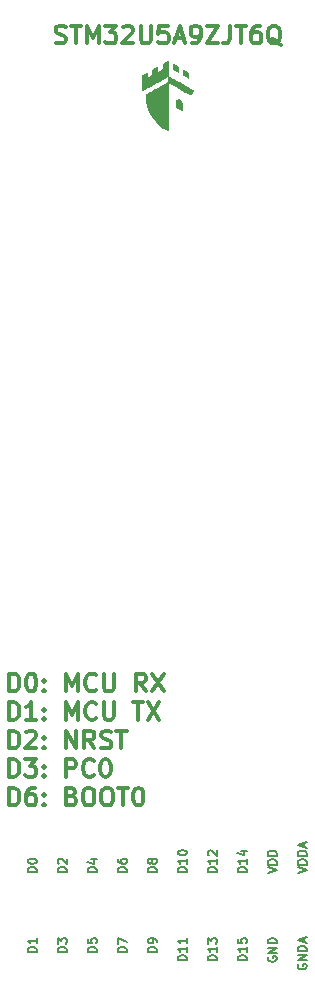
<source format=gbr>
G04 #@! TF.GenerationSoftware,KiCad,Pcbnew,7.99.0-unknown-099e5dd9e7~172~ubuntu22.04.1*
G04 #@! TF.CreationDate,2023-10-11T09:46:22+02:00*
G04 #@! TF.ProjectId,stm32u5a9zjt6q,73746d33-3275-4356-9139-7a6a7436712e,rev?*
G04 #@! TF.SameCoordinates,Original*
G04 #@! TF.FileFunction,Legend,Top*
G04 #@! TF.FilePolarity,Positive*
%FSLAX46Y46*%
G04 Gerber Fmt 4.6, Leading zero omitted, Abs format (unit mm)*
G04 Created by KiCad (PCBNEW 7.99.0-unknown-099e5dd9e7~172~ubuntu22.04.1) date 2023-10-11 09:46:22*
%MOMM*%
%LPD*%
G01*
G04 APERTURE LIST*
%ADD10C,0.150000*%
%ADD11C,0.300000*%
%ADD12C,0.010000*%
G04 APERTURE END LIST*
D10*
X103764878Y-151045826D02*
X103729164Y-151117255D01*
X103729164Y-151117255D02*
X103729164Y-151224397D01*
X103729164Y-151224397D02*
X103764878Y-151331540D01*
X103764878Y-151331540D02*
X103836307Y-151402969D01*
X103836307Y-151402969D02*
X103907735Y-151438683D01*
X103907735Y-151438683D02*
X104050592Y-151474397D01*
X104050592Y-151474397D02*
X104157735Y-151474397D01*
X104157735Y-151474397D02*
X104300592Y-151438683D01*
X104300592Y-151438683D02*
X104372021Y-151402969D01*
X104372021Y-151402969D02*
X104443450Y-151331540D01*
X104443450Y-151331540D02*
X104479164Y-151224397D01*
X104479164Y-151224397D02*
X104479164Y-151152969D01*
X104479164Y-151152969D02*
X104443450Y-151045826D01*
X104443450Y-151045826D02*
X104407735Y-151010112D01*
X104407735Y-151010112D02*
X104157735Y-151010112D01*
X104157735Y-151010112D02*
X104157735Y-151152969D01*
X104479164Y-150688683D02*
X103729164Y-150688683D01*
X103729164Y-150688683D02*
X104479164Y-150260112D01*
X104479164Y-150260112D02*
X103729164Y-150260112D01*
X104479164Y-149902969D02*
X103729164Y-149902969D01*
X103729164Y-149902969D02*
X103729164Y-149724398D01*
X103729164Y-149724398D02*
X103764878Y-149617255D01*
X103764878Y-149617255D02*
X103836307Y-149545826D01*
X103836307Y-149545826D02*
X103907735Y-149510112D01*
X103907735Y-149510112D02*
X104050592Y-149474398D01*
X104050592Y-149474398D02*
X104157735Y-149474398D01*
X104157735Y-149474398D02*
X104300592Y-149510112D01*
X104300592Y-149510112D02*
X104372021Y-149545826D01*
X104372021Y-149545826D02*
X104443450Y-149617255D01*
X104443450Y-149617255D02*
X104479164Y-149724398D01*
X104479164Y-149724398D02*
X104479164Y-149902969D01*
X104264878Y-149188683D02*
X104264878Y-148831541D01*
X104479164Y-149260112D02*
X103729164Y-149010112D01*
X103729164Y-149010112D02*
X104479164Y-148760112D01*
X101224878Y-150402969D02*
X101189164Y-150474398D01*
X101189164Y-150474398D02*
X101189164Y-150581540D01*
X101189164Y-150581540D02*
X101224878Y-150688683D01*
X101224878Y-150688683D02*
X101296307Y-150760112D01*
X101296307Y-150760112D02*
X101367735Y-150795826D01*
X101367735Y-150795826D02*
X101510592Y-150831540D01*
X101510592Y-150831540D02*
X101617735Y-150831540D01*
X101617735Y-150831540D02*
X101760592Y-150795826D01*
X101760592Y-150795826D02*
X101832021Y-150760112D01*
X101832021Y-150760112D02*
X101903450Y-150688683D01*
X101903450Y-150688683D02*
X101939164Y-150581540D01*
X101939164Y-150581540D02*
X101939164Y-150510112D01*
X101939164Y-150510112D02*
X101903450Y-150402969D01*
X101903450Y-150402969D02*
X101867735Y-150367255D01*
X101867735Y-150367255D02*
X101617735Y-150367255D01*
X101617735Y-150367255D02*
X101617735Y-150510112D01*
X101939164Y-150045826D02*
X101189164Y-150045826D01*
X101189164Y-150045826D02*
X101939164Y-149617255D01*
X101939164Y-149617255D02*
X101189164Y-149617255D01*
X101939164Y-149260112D02*
X101189164Y-149260112D01*
X101189164Y-149260112D02*
X101189164Y-149081541D01*
X101189164Y-149081541D02*
X101224878Y-148974398D01*
X101224878Y-148974398D02*
X101296307Y-148902969D01*
X101296307Y-148902969D02*
X101367735Y-148867255D01*
X101367735Y-148867255D02*
X101510592Y-148831541D01*
X101510592Y-148831541D02*
X101617735Y-148831541D01*
X101617735Y-148831541D02*
X101760592Y-148867255D01*
X101760592Y-148867255D02*
X101832021Y-148902969D01*
X101832021Y-148902969D02*
X101903450Y-148974398D01*
X101903450Y-148974398D02*
X101939164Y-149081541D01*
X101939164Y-149081541D02*
X101939164Y-149260112D01*
X99399164Y-150688684D02*
X98649164Y-150688684D01*
X98649164Y-150688684D02*
X98649164Y-150510113D01*
X98649164Y-150510113D02*
X98684878Y-150402970D01*
X98684878Y-150402970D02*
X98756307Y-150331541D01*
X98756307Y-150331541D02*
X98827735Y-150295827D01*
X98827735Y-150295827D02*
X98970592Y-150260113D01*
X98970592Y-150260113D02*
X99077735Y-150260113D01*
X99077735Y-150260113D02*
X99220592Y-150295827D01*
X99220592Y-150295827D02*
X99292021Y-150331541D01*
X99292021Y-150331541D02*
X99363450Y-150402970D01*
X99363450Y-150402970D02*
X99399164Y-150510113D01*
X99399164Y-150510113D02*
X99399164Y-150688684D01*
X99399164Y-149545827D02*
X99399164Y-149974398D01*
X99399164Y-149760113D02*
X98649164Y-149760113D01*
X98649164Y-149760113D02*
X98756307Y-149831541D01*
X98756307Y-149831541D02*
X98827735Y-149902970D01*
X98827735Y-149902970D02*
X98863450Y-149974398D01*
X98649164Y-148867255D02*
X98649164Y-149224398D01*
X98649164Y-149224398D02*
X99006307Y-149260112D01*
X99006307Y-149260112D02*
X98970592Y-149224398D01*
X98970592Y-149224398D02*
X98934878Y-149152970D01*
X98934878Y-149152970D02*
X98934878Y-148974398D01*
X98934878Y-148974398D02*
X98970592Y-148902970D01*
X98970592Y-148902970D02*
X99006307Y-148867255D01*
X99006307Y-148867255D02*
X99077735Y-148831541D01*
X99077735Y-148831541D02*
X99256307Y-148831541D01*
X99256307Y-148831541D02*
X99327735Y-148867255D01*
X99327735Y-148867255D02*
X99363450Y-148902970D01*
X99363450Y-148902970D02*
X99399164Y-148974398D01*
X99399164Y-148974398D02*
X99399164Y-149152970D01*
X99399164Y-149152970D02*
X99363450Y-149224398D01*
X99363450Y-149224398D02*
X99327735Y-149260112D01*
X96859164Y-150688684D02*
X96109164Y-150688684D01*
X96109164Y-150688684D02*
X96109164Y-150510113D01*
X96109164Y-150510113D02*
X96144878Y-150402970D01*
X96144878Y-150402970D02*
X96216307Y-150331541D01*
X96216307Y-150331541D02*
X96287735Y-150295827D01*
X96287735Y-150295827D02*
X96430592Y-150260113D01*
X96430592Y-150260113D02*
X96537735Y-150260113D01*
X96537735Y-150260113D02*
X96680592Y-150295827D01*
X96680592Y-150295827D02*
X96752021Y-150331541D01*
X96752021Y-150331541D02*
X96823450Y-150402970D01*
X96823450Y-150402970D02*
X96859164Y-150510113D01*
X96859164Y-150510113D02*
X96859164Y-150688684D01*
X96859164Y-149545827D02*
X96859164Y-149974398D01*
X96859164Y-149760113D02*
X96109164Y-149760113D01*
X96109164Y-149760113D02*
X96216307Y-149831541D01*
X96216307Y-149831541D02*
X96287735Y-149902970D01*
X96287735Y-149902970D02*
X96323450Y-149974398D01*
X96109164Y-149295827D02*
X96109164Y-148831541D01*
X96109164Y-148831541D02*
X96394878Y-149081541D01*
X96394878Y-149081541D02*
X96394878Y-148974398D01*
X96394878Y-148974398D02*
X96430592Y-148902970D01*
X96430592Y-148902970D02*
X96466307Y-148867255D01*
X96466307Y-148867255D02*
X96537735Y-148831541D01*
X96537735Y-148831541D02*
X96716307Y-148831541D01*
X96716307Y-148831541D02*
X96787735Y-148867255D01*
X96787735Y-148867255D02*
X96823450Y-148902970D01*
X96823450Y-148902970D02*
X96859164Y-148974398D01*
X96859164Y-148974398D02*
X96859164Y-149188684D01*
X96859164Y-149188684D02*
X96823450Y-149260112D01*
X96823450Y-149260112D02*
X96787735Y-149295827D01*
X94319164Y-150688684D02*
X93569164Y-150688684D01*
X93569164Y-150688684D02*
X93569164Y-150510113D01*
X93569164Y-150510113D02*
X93604878Y-150402970D01*
X93604878Y-150402970D02*
X93676307Y-150331541D01*
X93676307Y-150331541D02*
X93747735Y-150295827D01*
X93747735Y-150295827D02*
X93890592Y-150260113D01*
X93890592Y-150260113D02*
X93997735Y-150260113D01*
X93997735Y-150260113D02*
X94140592Y-150295827D01*
X94140592Y-150295827D02*
X94212021Y-150331541D01*
X94212021Y-150331541D02*
X94283450Y-150402970D01*
X94283450Y-150402970D02*
X94319164Y-150510113D01*
X94319164Y-150510113D02*
X94319164Y-150688684D01*
X94319164Y-149545827D02*
X94319164Y-149974398D01*
X94319164Y-149760113D02*
X93569164Y-149760113D01*
X93569164Y-149760113D02*
X93676307Y-149831541D01*
X93676307Y-149831541D02*
X93747735Y-149902970D01*
X93747735Y-149902970D02*
X93783450Y-149974398D01*
X94319164Y-148831541D02*
X94319164Y-149260112D01*
X94319164Y-149045827D02*
X93569164Y-149045827D01*
X93569164Y-149045827D02*
X93676307Y-149117255D01*
X93676307Y-149117255D02*
X93747735Y-149188684D01*
X93747735Y-149188684D02*
X93783450Y-149260112D01*
X91779164Y-149974398D02*
X91029164Y-149974398D01*
X91029164Y-149974398D02*
X91029164Y-149795827D01*
X91029164Y-149795827D02*
X91064878Y-149688684D01*
X91064878Y-149688684D02*
X91136307Y-149617255D01*
X91136307Y-149617255D02*
X91207735Y-149581541D01*
X91207735Y-149581541D02*
X91350592Y-149545827D01*
X91350592Y-149545827D02*
X91457735Y-149545827D01*
X91457735Y-149545827D02*
X91600592Y-149581541D01*
X91600592Y-149581541D02*
X91672021Y-149617255D01*
X91672021Y-149617255D02*
X91743450Y-149688684D01*
X91743450Y-149688684D02*
X91779164Y-149795827D01*
X91779164Y-149795827D02*
X91779164Y-149974398D01*
X91779164Y-149188684D02*
X91779164Y-149045827D01*
X91779164Y-149045827D02*
X91743450Y-148974398D01*
X91743450Y-148974398D02*
X91707735Y-148938684D01*
X91707735Y-148938684D02*
X91600592Y-148867255D01*
X91600592Y-148867255D02*
X91457735Y-148831541D01*
X91457735Y-148831541D02*
X91172021Y-148831541D01*
X91172021Y-148831541D02*
X91100592Y-148867255D01*
X91100592Y-148867255D02*
X91064878Y-148902970D01*
X91064878Y-148902970D02*
X91029164Y-148974398D01*
X91029164Y-148974398D02*
X91029164Y-149117255D01*
X91029164Y-149117255D02*
X91064878Y-149188684D01*
X91064878Y-149188684D02*
X91100592Y-149224398D01*
X91100592Y-149224398D02*
X91172021Y-149260112D01*
X91172021Y-149260112D02*
X91350592Y-149260112D01*
X91350592Y-149260112D02*
X91422021Y-149224398D01*
X91422021Y-149224398D02*
X91457735Y-149188684D01*
X91457735Y-149188684D02*
X91493450Y-149117255D01*
X91493450Y-149117255D02*
X91493450Y-148974398D01*
X91493450Y-148974398D02*
X91457735Y-148902970D01*
X91457735Y-148902970D02*
X91422021Y-148867255D01*
X91422021Y-148867255D02*
X91350592Y-148831541D01*
X89239164Y-149974398D02*
X88489164Y-149974398D01*
X88489164Y-149974398D02*
X88489164Y-149795827D01*
X88489164Y-149795827D02*
X88524878Y-149688684D01*
X88524878Y-149688684D02*
X88596307Y-149617255D01*
X88596307Y-149617255D02*
X88667735Y-149581541D01*
X88667735Y-149581541D02*
X88810592Y-149545827D01*
X88810592Y-149545827D02*
X88917735Y-149545827D01*
X88917735Y-149545827D02*
X89060592Y-149581541D01*
X89060592Y-149581541D02*
X89132021Y-149617255D01*
X89132021Y-149617255D02*
X89203450Y-149688684D01*
X89203450Y-149688684D02*
X89239164Y-149795827D01*
X89239164Y-149795827D02*
X89239164Y-149974398D01*
X88489164Y-149295827D02*
X88489164Y-148795827D01*
X88489164Y-148795827D02*
X89239164Y-149117255D01*
X86699164Y-149974398D02*
X85949164Y-149974398D01*
X85949164Y-149974398D02*
X85949164Y-149795827D01*
X85949164Y-149795827D02*
X85984878Y-149688684D01*
X85984878Y-149688684D02*
X86056307Y-149617255D01*
X86056307Y-149617255D02*
X86127735Y-149581541D01*
X86127735Y-149581541D02*
X86270592Y-149545827D01*
X86270592Y-149545827D02*
X86377735Y-149545827D01*
X86377735Y-149545827D02*
X86520592Y-149581541D01*
X86520592Y-149581541D02*
X86592021Y-149617255D01*
X86592021Y-149617255D02*
X86663450Y-149688684D01*
X86663450Y-149688684D02*
X86699164Y-149795827D01*
X86699164Y-149795827D02*
X86699164Y-149974398D01*
X85949164Y-148867255D02*
X85949164Y-149224398D01*
X85949164Y-149224398D02*
X86306307Y-149260112D01*
X86306307Y-149260112D02*
X86270592Y-149224398D01*
X86270592Y-149224398D02*
X86234878Y-149152970D01*
X86234878Y-149152970D02*
X86234878Y-148974398D01*
X86234878Y-148974398D02*
X86270592Y-148902970D01*
X86270592Y-148902970D02*
X86306307Y-148867255D01*
X86306307Y-148867255D02*
X86377735Y-148831541D01*
X86377735Y-148831541D02*
X86556307Y-148831541D01*
X86556307Y-148831541D02*
X86627735Y-148867255D01*
X86627735Y-148867255D02*
X86663450Y-148902970D01*
X86663450Y-148902970D02*
X86699164Y-148974398D01*
X86699164Y-148974398D02*
X86699164Y-149152970D01*
X86699164Y-149152970D02*
X86663450Y-149224398D01*
X86663450Y-149224398D02*
X86627735Y-149260112D01*
X84159164Y-149974398D02*
X83409164Y-149974398D01*
X83409164Y-149974398D02*
X83409164Y-149795827D01*
X83409164Y-149795827D02*
X83444878Y-149688684D01*
X83444878Y-149688684D02*
X83516307Y-149617255D01*
X83516307Y-149617255D02*
X83587735Y-149581541D01*
X83587735Y-149581541D02*
X83730592Y-149545827D01*
X83730592Y-149545827D02*
X83837735Y-149545827D01*
X83837735Y-149545827D02*
X83980592Y-149581541D01*
X83980592Y-149581541D02*
X84052021Y-149617255D01*
X84052021Y-149617255D02*
X84123450Y-149688684D01*
X84123450Y-149688684D02*
X84159164Y-149795827D01*
X84159164Y-149795827D02*
X84159164Y-149974398D01*
X83409164Y-149295827D02*
X83409164Y-148831541D01*
X83409164Y-148831541D02*
X83694878Y-149081541D01*
X83694878Y-149081541D02*
X83694878Y-148974398D01*
X83694878Y-148974398D02*
X83730592Y-148902970D01*
X83730592Y-148902970D02*
X83766307Y-148867255D01*
X83766307Y-148867255D02*
X83837735Y-148831541D01*
X83837735Y-148831541D02*
X84016307Y-148831541D01*
X84016307Y-148831541D02*
X84087735Y-148867255D01*
X84087735Y-148867255D02*
X84123450Y-148902970D01*
X84123450Y-148902970D02*
X84159164Y-148974398D01*
X84159164Y-148974398D02*
X84159164Y-149188684D01*
X84159164Y-149188684D02*
X84123450Y-149260112D01*
X84123450Y-149260112D02*
X84087735Y-149295827D01*
X81619164Y-149974398D02*
X80869164Y-149974398D01*
X80869164Y-149974398D02*
X80869164Y-149795827D01*
X80869164Y-149795827D02*
X80904878Y-149688684D01*
X80904878Y-149688684D02*
X80976307Y-149617255D01*
X80976307Y-149617255D02*
X81047735Y-149581541D01*
X81047735Y-149581541D02*
X81190592Y-149545827D01*
X81190592Y-149545827D02*
X81297735Y-149545827D01*
X81297735Y-149545827D02*
X81440592Y-149581541D01*
X81440592Y-149581541D02*
X81512021Y-149617255D01*
X81512021Y-149617255D02*
X81583450Y-149688684D01*
X81583450Y-149688684D02*
X81619164Y-149795827D01*
X81619164Y-149795827D02*
X81619164Y-149974398D01*
X81619164Y-148831541D02*
X81619164Y-149260112D01*
X81619164Y-149045827D02*
X80869164Y-149045827D01*
X80869164Y-149045827D02*
X80976307Y-149117255D01*
X80976307Y-149117255D02*
X81047735Y-149188684D01*
X81047735Y-149188684D02*
X81083450Y-149260112D01*
X81619164Y-143232744D02*
X80869164Y-143232744D01*
X80869164Y-143232744D02*
X80869164Y-143054173D01*
X80869164Y-143054173D02*
X80904878Y-142947030D01*
X80904878Y-142947030D02*
X80976307Y-142875601D01*
X80976307Y-142875601D02*
X81047735Y-142839887D01*
X81047735Y-142839887D02*
X81190592Y-142804173D01*
X81190592Y-142804173D02*
X81297735Y-142804173D01*
X81297735Y-142804173D02*
X81440592Y-142839887D01*
X81440592Y-142839887D02*
X81512021Y-142875601D01*
X81512021Y-142875601D02*
X81583450Y-142947030D01*
X81583450Y-142947030D02*
X81619164Y-143054173D01*
X81619164Y-143054173D02*
X81619164Y-143232744D01*
X80869164Y-142339887D02*
X80869164Y-142268458D01*
X80869164Y-142268458D02*
X80904878Y-142197030D01*
X80904878Y-142197030D02*
X80940592Y-142161316D01*
X80940592Y-142161316D02*
X81012021Y-142125601D01*
X81012021Y-142125601D02*
X81154878Y-142089887D01*
X81154878Y-142089887D02*
X81333450Y-142089887D01*
X81333450Y-142089887D02*
X81476307Y-142125601D01*
X81476307Y-142125601D02*
X81547735Y-142161316D01*
X81547735Y-142161316D02*
X81583450Y-142197030D01*
X81583450Y-142197030D02*
X81619164Y-142268458D01*
X81619164Y-142268458D02*
X81619164Y-142339887D01*
X81619164Y-142339887D02*
X81583450Y-142411316D01*
X81583450Y-142411316D02*
X81547735Y-142447030D01*
X81547735Y-142447030D02*
X81476307Y-142482744D01*
X81476307Y-142482744D02*
X81333450Y-142518458D01*
X81333450Y-142518458D02*
X81154878Y-142518458D01*
X81154878Y-142518458D02*
X81012021Y-142482744D01*
X81012021Y-142482744D02*
X80940592Y-142447030D01*
X80940592Y-142447030D02*
X80904878Y-142411316D01*
X80904878Y-142411316D02*
X80869164Y-142339887D01*
X84159164Y-143232744D02*
X83409164Y-143232744D01*
X83409164Y-143232744D02*
X83409164Y-143054173D01*
X83409164Y-143054173D02*
X83444878Y-142947030D01*
X83444878Y-142947030D02*
X83516307Y-142875601D01*
X83516307Y-142875601D02*
X83587735Y-142839887D01*
X83587735Y-142839887D02*
X83730592Y-142804173D01*
X83730592Y-142804173D02*
X83837735Y-142804173D01*
X83837735Y-142804173D02*
X83980592Y-142839887D01*
X83980592Y-142839887D02*
X84052021Y-142875601D01*
X84052021Y-142875601D02*
X84123450Y-142947030D01*
X84123450Y-142947030D02*
X84159164Y-143054173D01*
X84159164Y-143054173D02*
X84159164Y-143232744D01*
X83480592Y-142518458D02*
X83444878Y-142482744D01*
X83444878Y-142482744D02*
X83409164Y-142411316D01*
X83409164Y-142411316D02*
X83409164Y-142232744D01*
X83409164Y-142232744D02*
X83444878Y-142161316D01*
X83444878Y-142161316D02*
X83480592Y-142125601D01*
X83480592Y-142125601D02*
X83552021Y-142089887D01*
X83552021Y-142089887D02*
X83623450Y-142089887D01*
X83623450Y-142089887D02*
X83730592Y-142125601D01*
X83730592Y-142125601D02*
X84159164Y-142554173D01*
X84159164Y-142554173D02*
X84159164Y-142089887D01*
X86699164Y-143232744D02*
X85949164Y-143232744D01*
X85949164Y-143232744D02*
X85949164Y-143054173D01*
X85949164Y-143054173D02*
X85984878Y-142947030D01*
X85984878Y-142947030D02*
X86056307Y-142875601D01*
X86056307Y-142875601D02*
X86127735Y-142839887D01*
X86127735Y-142839887D02*
X86270592Y-142804173D01*
X86270592Y-142804173D02*
X86377735Y-142804173D01*
X86377735Y-142804173D02*
X86520592Y-142839887D01*
X86520592Y-142839887D02*
X86592021Y-142875601D01*
X86592021Y-142875601D02*
X86663450Y-142947030D01*
X86663450Y-142947030D02*
X86699164Y-143054173D01*
X86699164Y-143054173D02*
X86699164Y-143232744D01*
X86199164Y-142161316D02*
X86699164Y-142161316D01*
X85913450Y-142339887D02*
X86449164Y-142518458D01*
X86449164Y-142518458D02*
X86449164Y-142054173D01*
X89239164Y-143232744D02*
X88489164Y-143232744D01*
X88489164Y-143232744D02*
X88489164Y-143054173D01*
X88489164Y-143054173D02*
X88524878Y-142947030D01*
X88524878Y-142947030D02*
X88596307Y-142875601D01*
X88596307Y-142875601D02*
X88667735Y-142839887D01*
X88667735Y-142839887D02*
X88810592Y-142804173D01*
X88810592Y-142804173D02*
X88917735Y-142804173D01*
X88917735Y-142804173D02*
X89060592Y-142839887D01*
X89060592Y-142839887D02*
X89132021Y-142875601D01*
X89132021Y-142875601D02*
X89203450Y-142947030D01*
X89203450Y-142947030D02*
X89239164Y-143054173D01*
X89239164Y-143054173D02*
X89239164Y-143232744D01*
X88489164Y-142161316D02*
X88489164Y-142304173D01*
X88489164Y-142304173D02*
X88524878Y-142375601D01*
X88524878Y-142375601D02*
X88560592Y-142411316D01*
X88560592Y-142411316D02*
X88667735Y-142482744D01*
X88667735Y-142482744D02*
X88810592Y-142518458D01*
X88810592Y-142518458D02*
X89096307Y-142518458D01*
X89096307Y-142518458D02*
X89167735Y-142482744D01*
X89167735Y-142482744D02*
X89203450Y-142447030D01*
X89203450Y-142447030D02*
X89239164Y-142375601D01*
X89239164Y-142375601D02*
X89239164Y-142232744D01*
X89239164Y-142232744D02*
X89203450Y-142161316D01*
X89203450Y-142161316D02*
X89167735Y-142125601D01*
X89167735Y-142125601D02*
X89096307Y-142089887D01*
X89096307Y-142089887D02*
X88917735Y-142089887D01*
X88917735Y-142089887D02*
X88846307Y-142125601D01*
X88846307Y-142125601D02*
X88810592Y-142161316D01*
X88810592Y-142161316D02*
X88774878Y-142232744D01*
X88774878Y-142232744D02*
X88774878Y-142375601D01*
X88774878Y-142375601D02*
X88810592Y-142447030D01*
X88810592Y-142447030D02*
X88846307Y-142482744D01*
X88846307Y-142482744D02*
X88917735Y-142518458D01*
X91779164Y-143232744D02*
X91029164Y-143232744D01*
X91029164Y-143232744D02*
X91029164Y-143054173D01*
X91029164Y-143054173D02*
X91064878Y-142947030D01*
X91064878Y-142947030D02*
X91136307Y-142875601D01*
X91136307Y-142875601D02*
X91207735Y-142839887D01*
X91207735Y-142839887D02*
X91350592Y-142804173D01*
X91350592Y-142804173D02*
X91457735Y-142804173D01*
X91457735Y-142804173D02*
X91600592Y-142839887D01*
X91600592Y-142839887D02*
X91672021Y-142875601D01*
X91672021Y-142875601D02*
X91743450Y-142947030D01*
X91743450Y-142947030D02*
X91779164Y-143054173D01*
X91779164Y-143054173D02*
X91779164Y-143232744D01*
X91350592Y-142375601D02*
X91314878Y-142447030D01*
X91314878Y-142447030D02*
X91279164Y-142482744D01*
X91279164Y-142482744D02*
X91207735Y-142518458D01*
X91207735Y-142518458D02*
X91172021Y-142518458D01*
X91172021Y-142518458D02*
X91100592Y-142482744D01*
X91100592Y-142482744D02*
X91064878Y-142447030D01*
X91064878Y-142447030D02*
X91029164Y-142375601D01*
X91029164Y-142375601D02*
X91029164Y-142232744D01*
X91029164Y-142232744D02*
X91064878Y-142161316D01*
X91064878Y-142161316D02*
X91100592Y-142125601D01*
X91100592Y-142125601D02*
X91172021Y-142089887D01*
X91172021Y-142089887D02*
X91207735Y-142089887D01*
X91207735Y-142089887D02*
X91279164Y-142125601D01*
X91279164Y-142125601D02*
X91314878Y-142161316D01*
X91314878Y-142161316D02*
X91350592Y-142232744D01*
X91350592Y-142232744D02*
X91350592Y-142375601D01*
X91350592Y-142375601D02*
X91386307Y-142447030D01*
X91386307Y-142447030D02*
X91422021Y-142482744D01*
X91422021Y-142482744D02*
X91493450Y-142518458D01*
X91493450Y-142518458D02*
X91636307Y-142518458D01*
X91636307Y-142518458D02*
X91707735Y-142482744D01*
X91707735Y-142482744D02*
X91743450Y-142447030D01*
X91743450Y-142447030D02*
X91779164Y-142375601D01*
X91779164Y-142375601D02*
X91779164Y-142232744D01*
X91779164Y-142232744D02*
X91743450Y-142161316D01*
X91743450Y-142161316D02*
X91707735Y-142125601D01*
X91707735Y-142125601D02*
X91636307Y-142089887D01*
X91636307Y-142089887D02*
X91493450Y-142089887D01*
X91493450Y-142089887D02*
X91422021Y-142125601D01*
X91422021Y-142125601D02*
X91386307Y-142161316D01*
X91386307Y-142161316D02*
X91350592Y-142232744D01*
X94319164Y-143232744D02*
X93569164Y-143232744D01*
X93569164Y-143232744D02*
X93569164Y-143054173D01*
X93569164Y-143054173D02*
X93604878Y-142947030D01*
X93604878Y-142947030D02*
X93676307Y-142875601D01*
X93676307Y-142875601D02*
X93747735Y-142839887D01*
X93747735Y-142839887D02*
X93890592Y-142804173D01*
X93890592Y-142804173D02*
X93997735Y-142804173D01*
X93997735Y-142804173D02*
X94140592Y-142839887D01*
X94140592Y-142839887D02*
X94212021Y-142875601D01*
X94212021Y-142875601D02*
X94283450Y-142947030D01*
X94283450Y-142947030D02*
X94319164Y-143054173D01*
X94319164Y-143054173D02*
X94319164Y-143232744D01*
X94319164Y-142089887D02*
X94319164Y-142518458D01*
X94319164Y-142304173D02*
X93569164Y-142304173D01*
X93569164Y-142304173D02*
X93676307Y-142375601D01*
X93676307Y-142375601D02*
X93747735Y-142447030D01*
X93747735Y-142447030D02*
X93783450Y-142518458D01*
X93569164Y-141625601D02*
X93569164Y-141554172D01*
X93569164Y-141554172D02*
X93604878Y-141482744D01*
X93604878Y-141482744D02*
X93640592Y-141447030D01*
X93640592Y-141447030D02*
X93712021Y-141411315D01*
X93712021Y-141411315D02*
X93854878Y-141375601D01*
X93854878Y-141375601D02*
X94033450Y-141375601D01*
X94033450Y-141375601D02*
X94176307Y-141411315D01*
X94176307Y-141411315D02*
X94247735Y-141447030D01*
X94247735Y-141447030D02*
X94283450Y-141482744D01*
X94283450Y-141482744D02*
X94319164Y-141554172D01*
X94319164Y-141554172D02*
X94319164Y-141625601D01*
X94319164Y-141625601D02*
X94283450Y-141697030D01*
X94283450Y-141697030D02*
X94247735Y-141732744D01*
X94247735Y-141732744D02*
X94176307Y-141768458D01*
X94176307Y-141768458D02*
X94033450Y-141804172D01*
X94033450Y-141804172D02*
X93854878Y-141804172D01*
X93854878Y-141804172D02*
X93712021Y-141768458D01*
X93712021Y-141768458D02*
X93640592Y-141732744D01*
X93640592Y-141732744D02*
X93604878Y-141697030D01*
X93604878Y-141697030D02*
X93569164Y-141625601D01*
X96859164Y-143232744D02*
X96109164Y-143232744D01*
X96109164Y-143232744D02*
X96109164Y-143054173D01*
X96109164Y-143054173D02*
X96144878Y-142947030D01*
X96144878Y-142947030D02*
X96216307Y-142875601D01*
X96216307Y-142875601D02*
X96287735Y-142839887D01*
X96287735Y-142839887D02*
X96430592Y-142804173D01*
X96430592Y-142804173D02*
X96537735Y-142804173D01*
X96537735Y-142804173D02*
X96680592Y-142839887D01*
X96680592Y-142839887D02*
X96752021Y-142875601D01*
X96752021Y-142875601D02*
X96823450Y-142947030D01*
X96823450Y-142947030D02*
X96859164Y-143054173D01*
X96859164Y-143054173D02*
X96859164Y-143232744D01*
X96859164Y-142089887D02*
X96859164Y-142518458D01*
X96859164Y-142304173D02*
X96109164Y-142304173D01*
X96109164Y-142304173D02*
X96216307Y-142375601D01*
X96216307Y-142375601D02*
X96287735Y-142447030D01*
X96287735Y-142447030D02*
X96323450Y-142518458D01*
X96180592Y-141804172D02*
X96144878Y-141768458D01*
X96144878Y-141768458D02*
X96109164Y-141697030D01*
X96109164Y-141697030D02*
X96109164Y-141518458D01*
X96109164Y-141518458D02*
X96144878Y-141447030D01*
X96144878Y-141447030D02*
X96180592Y-141411315D01*
X96180592Y-141411315D02*
X96252021Y-141375601D01*
X96252021Y-141375601D02*
X96323450Y-141375601D01*
X96323450Y-141375601D02*
X96430592Y-141411315D01*
X96430592Y-141411315D02*
X96859164Y-141839887D01*
X96859164Y-141839887D02*
X96859164Y-141375601D01*
X99399164Y-143232744D02*
X98649164Y-143232744D01*
X98649164Y-143232744D02*
X98649164Y-143054173D01*
X98649164Y-143054173D02*
X98684878Y-142947030D01*
X98684878Y-142947030D02*
X98756307Y-142875601D01*
X98756307Y-142875601D02*
X98827735Y-142839887D01*
X98827735Y-142839887D02*
X98970592Y-142804173D01*
X98970592Y-142804173D02*
X99077735Y-142804173D01*
X99077735Y-142804173D02*
X99220592Y-142839887D01*
X99220592Y-142839887D02*
X99292021Y-142875601D01*
X99292021Y-142875601D02*
X99363450Y-142947030D01*
X99363450Y-142947030D02*
X99399164Y-143054173D01*
X99399164Y-143054173D02*
X99399164Y-143232744D01*
X99399164Y-142089887D02*
X99399164Y-142518458D01*
X99399164Y-142304173D02*
X98649164Y-142304173D01*
X98649164Y-142304173D02*
X98756307Y-142375601D01*
X98756307Y-142375601D02*
X98827735Y-142447030D01*
X98827735Y-142447030D02*
X98863450Y-142518458D01*
X98899164Y-141447030D02*
X99399164Y-141447030D01*
X98613450Y-141625601D02*
X99149164Y-141804172D01*
X99149164Y-141804172D02*
X99149164Y-141339887D01*
X101189164Y-143339887D02*
X101939164Y-143089887D01*
X101939164Y-143089887D02*
X101189164Y-142839887D01*
X101939164Y-142589887D02*
X101189164Y-142589887D01*
X101189164Y-142589887D02*
X101189164Y-142411316D01*
X101189164Y-142411316D02*
X101224878Y-142304173D01*
X101224878Y-142304173D02*
X101296307Y-142232744D01*
X101296307Y-142232744D02*
X101367735Y-142197030D01*
X101367735Y-142197030D02*
X101510592Y-142161316D01*
X101510592Y-142161316D02*
X101617735Y-142161316D01*
X101617735Y-142161316D02*
X101760592Y-142197030D01*
X101760592Y-142197030D02*
X101832021Y-142232744D01*
X101832021Y-142232744D02*
X101903450Y-142304173D01*
X101903450Y-142304173D02*
X101939164Y-142411316D01*
X101939164Y-142411316D02*
X101939164Y-142589887D01*
X101939164Y-141839887D02*
X101189164Y-141839887D01*
X101189164Y-141839887D02*
X101189164Y-141661316D01*
X101189164Y-141661316D02*
X101224878Y-141554173D01*
X101224878Y-141554173D02*
X101296307Y-141482744D01*
X101296307Y-141482744D02*
X101367735Y-141447030D01*
X101367735Y-141447030D02*
X101510592Y-141411316D01*
X101510592Y-141411316D02*
X101617735Y-141411316D01*
X101617735Y-141411316D02*
X101760592Y-141447030D01*
X101760592Y-141447030D02*
X101832021Y-141482744D01*
X101832021Y-141482744D02*
X101903450Y-141554173D01*
X101903450Y-141554173D02*
X101939164Y-141661316D01*
X101939164Y-141661316D02*
X101939164Y-141839887D01*
X103729164Y-143339887D02*
X104479164Y-143089887D01*
X104479164Y-143089887D02*
X103729164Y-142839887D01*
X104479164Y-142589887D02*
X103729164Y-142589887D01*
X103729164Y-142589887D02*
X103729164Y-142411316D01*
X103729164Y-142411316D02*
X103764878Y-142304173D01*
X103764878Y-142304173D02*
X103836307Y-142232744D01*
X103836307Y-142232744D02*
X103907735Y-142197030D01*
X103907735Y-142197030D02*
X104050592Y-142161316D01*
X104050592Y-142161316D02*
X104157735Y-142161316D01*
X104157735Y-142161316D02*
X104300592Y-142197030D01*
X104300592Y-142197030D02*
X104372021Y-142232744D01*
X104372021Y-142232744D02*
X104443450Y-142304173D01*
X104443450Y-142304173D02*
X104479164Y-142411316D01*
X104479164Y-142411316D02*
X104479164Y-142589887D01*
X104479164Y-141839887D02*
X103729164Y-141839887D01*
X103729164Y-141839887D02*
X103729164Y-141661316D01*
X103729164Y-141661316D02*
X103764878Y-141554173D01*
X103764878Y-141554173D02*
X103836307Y-141482744D01*
X103836307Y-141482744D02*
X103907735Y-141447030D01*
X103907735Y-141447030D02*
X104050592Y-141411316D01*
X104050592Y-141411316D02*
X104157735Y-141411316D01*
X104157735Y-141411316D02*
X104300592Y-141447030D01*
X104300592Y-141447030D02*
X104372021Y-141482744D01*
X104372021Y-141482744D02*
X104443450Y-141554173D01*
X104443450Y-141554173D02*
X104479164Y-141661316D01*
X104479164Y-141661316D02*
X104479164Y-141839887D01*
X104264878Y-141125601D02*
X104264878Y-140768459D01*
X104479164Y-141197030D02*
X103729164Y-140947030D01*
X103729164Y-140947030D02*
X104479164Y-140697030D01*
D11*
X83210001Y-72996900D02*
X83424287Y-73068328D01*
X83424287Y-73068328D02*
X83781429Y-73068328D01*
X83781429Y-73068328D02*
X83924287Y-72996900D01*
X83924287Y-72996900D02*
X83995715Y-72925471D01*
X83995715Y-72925471D02*
X84067144Y-72782614D01*
X84067144Y-72782614D02*
X84067144Y-72639757D01*
X84067144Y-72639757D02*
X83995715Y-72496900D01*
X83995715Y-72496900D02*
X83924287Y-72425471D01*
X83924287Y-72425471D02*
X83781429Y-72354042D01*
X83781429Y-72354042D02*
X83495715Y-72282614D01*
X83495715Y-72282614D02*
X83352858Y-72211185D01*
X83352858Y-72211185D02*
X83281429Y-72139757D01*
X83281429Y-72139757D02*
X83210001Y-71996900D01*
X83210001Y-71996900D02*
X83210001Y-71854042D01*
X83210001Y-71854042D02*
X83281429Y-71711185D01*
X83281429Y-71711185D02*
X83352858Y-71639757D01*
X83352858Y-71639757D02*
X83495715Y-71568328D01*
X83495715Y-71568328D02*
X83852858Y-71568328D01*
X83852858Y-71568328D02*
X84067144Y-71639757D01*
X84495715Y-71568328D02*
X85352858Y-71568328D01*
X84924286Y-73068328D02*
X84924286Y-71568328D01*
X85852857Y-73068328D02*
X85852857Y-71568328D01*
X85852857Y-71568328D02*
X86352857Y-72639757D01*
X86352857Y-72639757D02*
X86852857Y-71568328D01*
X86852857Y-71568328D02*
X86852857Y-73068328D01*
X87424286Y-71568328D02*
X88352858Y-71568328D01*
X88352858Y-71568328D02*
X87852858Y-72139757D01*
X87852858Y-72139757D02*
X88067143Y-72139757D01*
X88067143Y-72139757D02*
X88210001Y-72211185D01*
X88210001Y-72211185D02*
X88281429Y-72282614D01*
X88281429Y-72282614D02*
X88352858Y-72425471D01*
X88352858Y-72425471D02*
X88352858Y-72782614D01*
X88352858Y-72782614D02*
X88281429Y-72925471D01*
X88281429Y-72925471D02*
X88210001Y-72996900D01*
X88210001Y-72996900D02*
X88067143Y-73068328D01*
X88067143Y-73068328D02*
X87638572Y-73068328D01*
X87638572Y-73068328D02*
X87495715Y-72996900D01*
X87495715Y-72996900D02*
X87424286Y-72925471D01*
X88924286Y-71711185D02*
X88995714Y-71639757D01*
X88995714Y-71639757D02*
X89138572Y-71568328D01*
X89138572Y-71568328D02*
X89495714Y-71568328D01*
X89495714Y-71568328D02*
X89638572Y-71639757D01*
X89638572Y-71639757D02*
X89710000Y-71711185D01*
X89710000Y-71711185D02*
X89781429Y-71854042D01*
X89781429Y-71854042D02*
X89781429Y-71996900D01*
X89781429Y-71996900D02*
X89710000Y-72211185D01*
X89710000Y-72211185D02*
X88852857Y-73068328D01*
X88852857Y-73068328D02*
X89781429Y-73068328D01*
X90424285Y-71568328D02*
X90424285Y-72782614D01*
X90424285Y-72782614D02*
X90495714Y-72925471D01*
X90495714Y-72925471D02*
X90567143Y-72996900D01*
X90567143Y-72996900D02*
X90710000Y-73068328D01*
X90710000Y-73068328D02*
X90995714Y-73068328D01*
X90995714Y-73068328D02*
X91138571Y-72996900D01*
X91138571Y-72996900D02*
X91210000Y-72925471D01*
X91210000Y-72925471D02*
X91281428Y-72782614D01*
X91281428Y-72782614D02*
X91281428Y-71568328D01*
X92710000Y-71568328D02*
X91995714Y-71568328D01*
X91995714Y-71568328D02*
X91924286Y-72282614D01*
X91924286Y-72282614D02*
X91995714Y-72211185D01*
X91995714Y-72211185D02*
X92138572Y-72139757D01*
X92138572Y-72139757D02*
X92495714Y-72139757D01*
X92495714Y-72139757D02*
X92638572Y-72211185D01*
X92638572Y-72211185D02*
X92710000Y-72282614D01*
X92710000Y-72282614D02*
X92781429Y-72425471D01*
X92781429Y-72425471D02*
X92781429Y-72782614D01*
X92781429Y-72782614D02*
X92710000Y-72925471D01*
X92710000Y-72925471D02*
X92638572Y-72996900D01*
X92638572Y-72996900D02*
X92495714Y-73068328D01*
X92495714Y-73068328D02*
X92138572Y-73068328D01*
X92138572Y-73068328D02*
X91995714Y-72996900D01*
X91995714Y-72996900D02*
X91924286Y-72925471D01*
X93352857Y-72639757D02*
X94067143Y-72639757D01*
X93210000Y-73068328D02*
X93710000Y-71568328D01*
X93710000Y-71568328D02*
X94210000Y-73068328D01*
X94781428Y-73068328D02*
X95067142Y-73068328D01*
X95067142Y-73068328D02*
X95209999Y-72996900D01*
X95209999Y-72996900D02*
X95281428Y-72925471D01*
X95281428Y-72925471D02*
X95424285Y-72711185D01*
X95424285Y-72711185D02*
X95495714Y-72425471D01*
X95495714Y-72425471D02*
X95495714Y-71854042D01*
X95495714Y-71854042D02*
X95424285Y-71711185D01*
X95424285Y-71711185D02*
X95352857Y-71639757D01*
X95352857Y-71639757D02*
X95209999Y-71568328D01*
X95209999Y-71568328D02*
X94924285Y-71568328D01*
X94924285Y-71568328D02*
X94781428Y-71639757D01*
X94781428Y-71639757D02*
X94709999Y-71711185D01*
X94709999Y-71711185D02*
X94638571Y-71854042D01*
X94638571Y-71854042D02*
X94638571Y-72211185D01*
X94638571Y-72211185D02*
X94709999Y-72354042D01*
X94709999Y-72354042D02*
X94781428Y-72425471D01*
X94781428Y-72425471D02*
X94924285Y-72496900D01*
X94924285Y-72496900D02*
X95209999Y-72496900D01*
X95209999Y-72496900D02*
X95352857Y-72425471D01*
X95352857Y-72425471D02*
X95424285Y-72354042D01*
X95424285Y-72354042D02*
X95495714Y-72211185D01*
X95995713Y-71568328D02*
X96995713Y-71568328D01*
X96995713Y-71568328D02*
X95995713Y-73068328D01*
X95995713Y-73068328D02*
X96995713Y-73068328D01*
X97995713Y-71568328D02*
X97995713Y-72639757D01*
X97995713Y-72639757D02*
X97924284Y-72854042D01*
X97924284Y-72854042D02*
X97781427Y-72996900D01*
X97781427Y-72996900D02*
X97567141Y-73068328D01*
X97567141Y-73068328D02*
X97424284Y-73068328D01*
X98495713Y-71568328D02*
X99352856Y-71568328D01*
X98924284Y-73068328D02*
X98924284Y-71568328D01*
X100495713Y-71568328D02*
X100209998Y-71568328D01*
X100209998Y-71568328D02*
X100067141Y-71639757D01*
X100067141Y-71639757D02*
X99995713Y-71711185D01*
X99995713Y-71711185D02*
X99852855Y-71925471D01*
X99852855Y-71925471D02*
X99781427Y-72211185D01*
X99781427Y-72211185D02*
X99781427Y-72782614D01*
X99781427Y-72782614D02*
X99852855Y-72925471D01*
X99852855Y-72925471D02*
X99924284Y-72996900D01*
X99924284Y-72996900D02*
X100067141Y-73068328D01*
X100067141Y-73068328D02*
X100352855Y-73068328D01*
X100352855Y-73068328D02*
X100495713Y-72996900D01*
X100495713Y-72996900D02*
X100567141Y-72925471D01*
X100567141Y-72925471D02*
X100638570Y-72782614D01*
X100638570Y-72782614D02*
X100638570Y-72425471D01*
X100638570Y-72425471D02*
X100567141Y-72282614D01*
X100567141Y-72282614D02*
X100495713Y-72211185D01*
X100495713Y-72211185D02*
X100352855Y-72139757D01*
X100352855Y-72139757D02*
X100067141Y-72139757D01*
X100067141Y-72139757D02*
X99924284Y-72211185D01*
X99924284Y-72211185D02*
X99852855Y-72282614D01*
X99852855Y-72282614D02*
X99781427Y-72425471D01*
X102281426Y-73211185D02*
X102138569Y-73139757D01*
X102138569Y-73139757D02*
X101995712Y-72996900D01*
X101995712Y-72996900D02*
X101781426Y-72782614D01*
X101781426Y-72782614D02*
X101638569Y-72711185D01*
X101638569Y-72711185D02*
X101495712Y-72711185D01*
X101567141Y-73068328D02*
X101424284Y-72996900D01*
X101424284Y-72996900D02*
X101281426Y-72854042D01*
X101281426Y-72854042D02*
X101209998Y-72568328D01*
X101209998Y-72568328D02*
X101209998Y-72068328D01*
X101209998Y-72068328D02*
X101281426Y-71782614D01*
X101281426Y-71782614D02*
X101424284Y-71639757D01*
X101424284Y-71639757D02*
X101567141Y-71568328D01*
X101567141Y-71568328D02*
X101852855Y-71568328D01*
X101852855Y-71568328D02*
X101995712Y-71639757D01*
X101995712Y-71639757D02*
X102138569Y-71782614D01*
X102138569Y-71782614D02*
X102209998Y-72068328D01*
X102209998Y-72068328D02*
X102209998Y-72568328D01*
X102209998Y-72568328D02*
X102138569Y-72854042D01*
X102138569Y-72854042D02*
X101995712Y-72996900D01*
X101995712Y-72996900D02*
X101852855Y-73068328D01*
X101852855Y-73068328D02*
X101567141Y-73068328D01*
X79294510Y-127928496D02*
X79294510Y-126428496D01*
X79294510Y-126428496D02*
X79651653Y-126428496D01*
X79651653Y-126428496D02*
X79865939Y-126499925D01*
X79865939Y-126499925D02*
X80008796Y-126642782D01*
X80008796Y-126642782D02*
X80080225Y-126785639D01*
X80080225Y-126785639D02*
X80151653Y-127071353D01*
X80151653Y-127071353D02*
X80151653Y-127285639D01*
X80151653Y-127285639D02*
X80080225Y-127571353D01*
X80080225Y-127571353D02*
X80008796Y-127714210D01*
X80008796Y-127714210D02*
X79865939Y-127857068D01*
X79865939Y-127857068D02*
X79651653Y-127928496D01*
X79651653Y-127928496D02*
X79294510Y-127928496D01*
X81080225Y-126428496D02*
X81223082Y-126428496D01*
X81223082Y-126428496D02*
X81365939Y-126499925D01*
X81365939Y-126499925D02*
X81437368Y-126571353D01*
X81437368Y-126571353D02*
X81508796Y-126714210D01*
X81508796Y-126714210D02*
X81580225Y-126999925D01*
X81580225Y-126999925D02*
X81580225Y-127357068D01*
X81580225Y-127357068D02*
X81508796Y-127642782D01*
X81508796Y-127642782D02*
X81437368Y-127785639D01*
X81437368Y-127785639D02*
X81365939Y-127857068D01*
X81365939Y-127857068D02*
X81223082Y-127928496D01*
X81223082Y-127928496D02*
X81080225Y-127928496D01*
X81080225Y-127928496D02*
X80937368Y-127857068D01*
X80937368Y-127857068D02*
X80865939Y-127785639D01*
X80865939Y-127785639D02*
X80794510Y-127642782D01*
X80794510Y-127642782D02*
X80723082Y-127357068D01*
X80723082Y-127357068D02*
X80723082Y-126999925D01*
X80723082Y-126999925D02*
X80794510Y-126714210D01*
X80794510Y-126714210D02*
X80865939Y-126571353D01*
X80865939Y-126571353D02*
X80937368Y-126499925D01*
X80937368Y-126499925D02*
X81080225Y-126428496D01*
X82223081Y-127785639D02*
X82294510Y-127857068D01*
X82294510Y-127857068D02*
X82223081Y-127928496D01*
X82223081Y-127928496D02*
X82151653Y-127857068D01*
X82151653Y-127857068D02*
X82223081Y-127785639D01*
X82223081Y-127785639D02*
X82223081Y-127928496D01*
X82223081Y-126999925D02*
X82294510Y-127071353D01*
X82294510Y-127071353D02*
X82223081Y-127142782D01*
X82223081Y-127142782D02*
X82151653Y-127071353D01*
X82151653Y-127071353D02*
X82223081Y-126999925D01*
X82223081Y-126999925D02*
X82223081Y-127142782D01*
X84080224Y-127928496D02*
X84080224Y-126428496D01*
X84080224Y-126428496D02*
X84580224Y-127499925D01*
X84580224Y-127499925D02*
X85080224Y-126428496D01*
X85080224Y-126428496D02*
X85080224Y-127928496D01*
X86651653Y-127785639D02*
X86580225Y-127857068D01*
X86580225Y-127857068D02*
X86365939Y-127928496D01*
X86365939Y-127928496D02*
X86223082Y-127928496D01*
X86223082Y-127928496D02*
X86008796Y-127857068D01*
X86008796Y-127857068D02*
X85865939Y-127714210D01*
X85865939Y-127714210D02*
X85794510Y-127571353D01*
X85794510Y-127571353D02*
X85723082Y-127285639D01*
X85723082Y-127285639D02*
X85723082Y-127071353D01*
X85723082Y-127071353D02*
X85794510Y-126785639D01*
X85794510Y-126785639D02*
X85865939Y-126642782D01*
X85865939Y-126642782D02*
X86008796Y-126499925D01*
X86008796Y-126499925D02*
X86223082Y-126428496D01*
X86223082Y-126428496D02*
X86365939Y-126428496D01*
X86365939Y-126428496D02*
X86580225Y-126499925D01*
X86580225Y-126499925D02*
X86651653Y-126571353D01*
X87294510Y-126428496D02*
X87294510Y-127642782D01*
X87294510Y-127642782D02*
X87365939Y-127785639D01*
X87365939Y-127785639D02*
X87437368Y-127857068D01*
X87437368Y-127857068D02*
X87580225Y-127928496D01*
X87580225Y-127928496D02*
X87865939Y-127928496D01*
X87865939Y-127928496D02*
X88008796Y-127857068D01*
X88008796Y-127857068D02*
X88080225Y-127785639D01*
X88080225Y-127785639D02*
X88151653Y-127642782D01*
X88151653Y-127642782D02*
X88151653Y-126428496D01*
X90865939Y-127928496D02*
X90365939Y-127214210D01*
X90008796Y-127928496D02*
X90008796Y-126428496D01*
X90008796Y-126428496D02*
X90580225Y-126428496D01*
X90580225Y-126428496D02*
X90723082Y-126499925D01*
X90723082Y-126499925D02*
X90794511Y-126571353D01*
X90794511Y-126571353D02*
X90865939Y-126714210D01*
X90865939Y-126714210D02*
X90865939Y-126928496D01*
X90865939Y-126928496D02*
X90794511Y-127071353D01*
X90794511Y-127071353D02*
X90723082Y-127142782D01*
X90723082Y-127142782D02*
X90580225Y-127214210D01*
X90580225Y-127214210D02*
X90008796Y-127214210D01*
X91365939Y-126428496D02*
X92365939Y-127928496D01*
X92365939Y-126428496D02*
X91365939Y-127928496D01*
X79294510Y-130343412D02*
X79294510Y-128843412D01*
X79294510Y-128843412D02*
X79651653Y-128843412D01*
X79651653Y-128843412D02*
X79865939Y-128914841D01*
X79865939Y-128914841D02*
X80008796Y-129057698D01*
X80008796Y-129057698D02*
X80080225Y-129200555D01*
X80080225Y-129200555D02*
X80151653Y-129486269D01*
X80151653Y-129486269D02*
X80151653Y-129700555D01*
X80151653Y-129700555D02*
X80080225Y-129986269D01*
X80080225Y-129986269D02*
X80008796Y-130129126D01*
X80008796Y-130129126D02*
X79865939Y-130271984D01*
X79865939Y-130271984D02*
X79651653Y-130343412D01*
X79651653Y-130343412D02*
X79294510Y-130343412D01*
X81580225Y-130343412D02*
X80723082Y-130343412D01*
X81151653Y-130343412D02*
X81151653Y-128843412D01*
X81151653Y-128843412D02*
X81008796Y-129057698D01*
X81008796Y-129057698D02*
X80865939Y-129200555D01*
X80865939Y-129200555D02*
X80723082Y-129271984D01*
X82223081Y-130200555D02*
X82294510Y-130271984D01*
X82294510Y-130271984D02*
X82223081Y-130343412D01*
X82223081Y-130343412D02*
X82151653Y-130271984D01*
X82151653Y-130271984D02*
X82223081Y-130200555D01*
X82223081Y-130200555D02*
X82223081Y-130343412D01*
X82223081Y-129414841D02*
X82294510Y-129486269D01*
X82294510Y-129486269D02*
X82223081Y-129557698D01*
X82223081Y-129557698D02*
X82151653Y-129486269D01*
X82151653Y-129486269D02*
X82223081Y-129414841D01*
X82223081Y-129414841D02*
X82223081Y-129557698D01*
X84080224Y-130343412D02*
X84080224Y-128843412D01*
X84080224Y-128843412D02*
X84580224Y-129914841D01*
X84580224Y-129914841D02*
X85080224Y-128843412D01*
X85080224Y-128843412D02*
X85080224Y-130343412D01*
X86651653Y-130200555D02*
X86580225Y-130271984D01*
X86580225Y-130271984D02*
X86365939Y-130343412D01*
X86365939Y-130343412D02*
X86223082Y-130343412D01*
X86223082Y-130343412D02*
X86008796Y-130271984D01*
X86008796Y-130271984D02*
X85865939Y-130129126D01*
X85865939Y-130129126D02*
X85794510Y-129986269D01*
X85794510Y-129986269D02*
X85723082Y-129700555D01*
X85723082Y-129700555D02*
X85723082Y-129486269D01*
X85723082Y-129486269D02*
X85794510Y-129200555D01*
X85794510Y-129200555D02*
X85865939Y-129057698D01*
X85865939Y-129057698D02*
X86008796Y-128914841D01*
X86008796Y-128914841D02*
X86223082Y-128843412D01*
X86223082Y-128843412D02*
X86365939Y-128843412D01*
X86365939Y-128843412D02*
X86580225Y-128914841D01*
X86580225Y-128914841D02*
X86651653Y-128986269D01*
X87294510Y-128843412D02*
X87294510Y-130057698D01*
X87294510Y-130057698D02*
X87365939Y-130200555D01*
X87365939Y-130200555D02*
X87437368Y-130271984D01*
X87437368Y-130271984D02*
X87580225Y-130343412D01*
X87580225Y-130343412D02*
X87865939Y-130343412D01*
X87865939Y-130343412D02*
X88008796Y-130271984D01*
X88008796Y-130271984D02*
X88080225Y-130200555D01*
X88080225Y-130200555D02*
X88151653Y-130057698D01*
X88151653Y-130057698D02*
X88151653Y-128843412D01*
X89794511Y-128843412D02*
X90651654Y-128843412D01*
X90223082Y-130343412D02*
X90223082Y-128843412D01*
X91008796Y-128843412D02*
X92008796Y-130343412D01*
X92008796Y-128843412D02*
X91008796Y-130343412D01*
X79294510Y-132758328D02*
X79294510Y-131258328D01*
X79294510Y-131258328D02*
X79651653Y-131258328D01*
X79651653Y-131258328D02*
X79865939Y-131329757D01*
X79865939Y-131329757D02*
X80008796Y-131472614D01*
X80008796Y-131472614D02*
X80080225Y-131615471D01*
X80080225Y-131615471D02*
X80151653Y-131901185D01*
X80151653Y-131901185D02*
X80151653Y-132115471D01*
X80151653Y-132115471D02*
X80080225Y-132401185D01*
X80080225Y-132401185D02*
X80008796Y-132544042D01*
X80008796Y-132544042D02*
X79865939Y-132686900D01*
X79865939Y-132686900D02*
X79651653Y-132758328D01*
X79651653Y-132758328D02*
X79294510Y-132758328D01*
X80723082Y-131401185D02*
X80794510Y-131329757D01*
X80794510Y-131329757D02*
X80937368Y-131258328D01*
X80937368Y-131258328D02*
X81294510Y-131258328D01*
X81294510Y-131258328D02*
X81437368Y-131329757D01*
X81437368Y-131329757D02*
X81508796Y-131401185D01*
X81508796Y-131401185D02*
X81580225Y-131544042D01*
X81580225Y-131544042D02*
X81580225Y-131686900D01*
X81580225Y-131686900D02*
X81508796Y-131901185D01*
X81508796Y-131901185D02*
X80651653Y-132758328D01*
X80651653Y-132758328D02*
X81580225Y-132758328D01*
X82223081Y-132615471D02*
X82294510Y-132686900D01*
X82294510Y-132686900D02*
X82223081Y-132758328D01*
X82223081Y-132758328D02*
X82151653Y-132686900D01*
X82151653Y-132686900D02*
X82223081Y-132615471D01*
X82223081Y-132615471D02*
X82223081Y-132758328D01*
X82223081Y-131829757D02*
X82294510Y-131901185D01*
X82294510Y-131901185D02*
X82223081Y-131972614D01*
X82223081Y-131972614D02*
X82151653Y-131901185D01*
X82151653Y-131901185D02*
X82223081Y-131829757D01*
X82223081Y-131829757D02*
X82223081Y-131972614D01*
X84080224Y-132758328D02*
X84080224Y-131258328D01*
X84080224Y-131258328D02*
X84937367Y-132758328D01*
X84937367Y-132758328D02*
X84937367Y-131258328D01*
X86508796Y-132758328D02*
X86008796Y-132044042D01*
X85651653Y-132758328D02*
X85651653Y-131258328D01*
X85651653Y-131258328D02*
X86223082Y-131258328D01*
X86223082Y-131258328D02*
X86365939Y-131329757D01*
X86365939Y-131329757D02*
X86437368Y-131401185D01*
X86437368Y-131401185D02*
X86508796Y-131544042D01*
X86508796Y-131544042D02*
X86508796Y-131758328D01*
X86508796Y-131758328D02*
X86437368Y-131901185D01*
X86437368Y-131901185D02*
X86365939Y-131972614D01*
X86365939Y-131972614D02*
X86223082Y-132044042D01*
X86223082Y-132044042D02*
X85651653Y-132044042D01*
X87080225Y-132686900D02*
X87294511Y-132758328D01*
X87294511Y-132758328D02*
X87651653Y-132758328D01*
X87651653Y-132758328D02*
X87794511Y-132686900D01*
X87794511Y-132686900D02*
X87865939Y-132615471D01*
X87865939Y-132615471D02*
X87937368Y-132472614D01*
X87937368Y-132472614D02*
X87937368Y-132329757D01*
X87937368Y-132329757D02*
X87865939Y-132186900D01*
X87865939Y-132186900D02*
X87794511Y-132115471D01*
X87794511Y-132115471D02*
X87651653Y-132044042D01*
X87651653Y-132044042D02*
X87365939Y-131972614D01*
X87365939Y-131972614D02*
X87223082Y-131901185D01*
X87223082Y-131901185D02*
X87151653Y-131829757D01*
X87151653Y-131829757D02*
X87080225Y-131686900D01*
X87080225Y-131686900D02*
X87080225Y-131544042D01*
X87080225Y-131544042D02*
X87151653Y-131401185D01*
X87151653Y-131401185D02*
X87223082Y-131329757D01*
X87223082Y-131329757D02*
X87365939Y-131258328D01*
X87365939Y-131258328D02*
X87723082Y-131258328D01*
X87723082Y-131258328D02*
X87937368Y-131329757D01*
X88365939Y-131258328D02*
X89223082Y-131258328D01*
X88794510Y-132758328D02*
X88794510Y-131258328D01*
X79294510Y-135173244D02*
X79294510Y-133673244D01*
X79294510Y-133673244D02*
X79651653Y-133673244D01*
X79651653Y-133673244D02*
X79865939Y-133744673D01*
X79865939Y-133744673D02*
X80008796Y-133887530D01*
X80008796Y-133887530D02*
X80080225Y-134030387D01*
X80080225Y-134030387D02*
X80151653Y-134316101D01*
X80151653Y-134316101D02*
X80151653Y-134530387D01*
X80151653Y-134530387D02*
X80080225Y-134816101D01*
X80080225Y-134816101D02*
X80008796Y-134958958D01*
X80008796Y-134958958D02*
X79865939Y-135101816D01*
X79865939Y-135101816D02*
X79651653Y-135173244D01*
X79651653Y-135173244D02*
X79294510Y-135173244D01*
X80651653Y-133673244D02*
X81580225Y-133673244D01*
X81580225Y-133673244D02*
X81080225Y-134244673D01*
X81080225Y-134244673D02*
X81294510Y-134244673D01*
X81294510Y-134244673D02*
X81437368Y-134316101D01*
X81437368Y-134316101D02*
X81508796Y-134387530D01*
X81508796Y-134387530D02*
X81580225Y-134530387D01*
X81580225Y-134530387D02*
X81580225Y-134887530D01*
X81580225Y-134887530D02*
X81508796Y-135030387D01*
X81508796Y-135030387D02*
X81437368Y-135101816D01*
X81437368Y-135101816D02*
X81294510Y-135173244D01*
X81294510Y-135173244D02*
X80865939Y-135173244D01*
X80865939Y-135173244D02*
X80723082Y-135101816D01*
X80723082Y-135101816D02*
X80651653Y-135030387D01*
X82223081Y-135030387D02*
X82294510Y-135101816D01*
X82294510Y-135101816D02*
X82223081Y-135173244D01*
X82223081Y-135173244D02*
X82151653Y-135101816D01*
X82151653Y-135101816D02*
X82223081Y-135030387D01*
X82223081Y-135030387D02*
X82223081Y-135173244D01*
X82223081Y-134244673D02*
X82294510Y-134316101D01*
X82294510Y-134316101D02*
X82223081Y-134387530D01*
X82223081Y-134387530D02*
X82151653Y-134316101D01*
X82151653Y-134316101D02*
X82223081Y-134244673D01*
X82223081Y-134244673D02*
X82223081Y-134387530D01*
X84080224Y-135173244D02*
X84080224Y-133673244D01*
X84080224Y-133673244D02*
X84651653Y-133673244D01*
X84651653Y-133673244D02*
X84794510Y-133744673D01*
X84794510Y-133744673D02*
X84865939Y-133816101D01*
X84865939Y-133816101D02*
X84937367Y-133958958D01*
X84937367Y-133958958D02*
X84937367Y-134173244D01*
X84937367Y-134173244D02*
X84865939Y-134316101D01*
X84865939Y-134316101D02*
X84794510Y-134387530D01*
X84794510Y-134387530D02*
X84651653Y-134458958D01*
X84651653Y-134458958D02*
X84080224Y-134458958D01*
X86437367Y-135030387D02*
X86365939Y-135101816D01*
X86365939Y-135101816D02*
X86151653Y-135173244D01*
X86151653Y-135173244D02*
X86008796Y-135173244D01*
X86008796Y-135173244D02*
X85794510Y-135101816D01*
X85794510Y-135101816D02*
X85651653Y-134958958D01*
X85651653Y-134958958D02*
X85580224Y-134816101D01*
X85580224Y-134816101D02*
X85508796Y-134530387D01*
X85508796Y-134530387D02*
X85508796Y-134316101D01*
X85508796Y-134316101D02*
X85580224Y-134030387D01*
X85580224Y-134030387D02*
X85651653Y-133887530D01*
X85651653Y-133887530D02*
X85794510Y-133744673D01*
X85794510Y-133744673D02*
X86008796Y-133673244D01*
X86008796Y-133673244D02*
X86151653Y-133673244D01*
X86151653Y-133673244D02*
X86365939Y-133744673D01*
X86365939Y-133744673D02*
X86437367Y-133816101D01*
X87365939Y-133673244D02*
X87508796Y-133673244D01*
X87508796Y-133673244D02*
X87651653Y-133744673D01*
X87651653Y-133744673D02*
X87723082Y-133816101D01*
X87723082Y-133816101D02*
X87794510Y-133958958D01*
X87794510Y-133958958D02*
X87865939Y-134244673D01*
X87865939Y-134244673D02*
X87865939Y-134601816D01*
X87865939Y-134601816D02*
X87794510Y-134887530D01*
X87794510Y-134887530D02*
X87723082Y-135030387D01*
X87723082Y-135030387D02*
X87651653Y-135101816D01*
X87651653Y-135101816D02*
X87508796Y-135173244D01*
X87508796Y-135173244D02*
X87365939Y-135173244D01*
X87365939Y-135173244D02*
X87223082Y-135101816D01*
X87223082Y-135101816D02*
X87151653Y-135030387D01*
X87151653Y-135030387D02*
X87080224Y-134887530D01*
X87080224Y-134887530D02*
X87008796Y-134601816D01*
X87008796Y-134601816D02*
X87008796Y-134244673D01*
X87008796Y-134244673D02*
X87080224Y-133958958D01*
X87080224Y-133958958D02*
X87151653Y-133816101D01*
X87151653Y-133816101D02*
X87223082Y-133744673D01*
X87223082Y-133744673D02*
X87365939Y-133673244D01*
X79294510Y-137588160D02*
X79294510Y-136088160D01*
X79294510Y-136088160D02*
X79651653Y-136088160D01*
X79651653Y-136088160D02*
X79865939Y-136159589D01*
X79865939Y-136159589D02*
X80008796Y-136302446D01*
X80008796Y-136302446D02*
X80080225Y-136445303D01*
X80080225Y-136445303D02*
X80151653Y-136731017D01*
X80151653Y-136731017D02*
X80151653Y-136945303D01*
X80151653Y-136945303D02*
X80080225Y-137231017D01*
X80080225Y-137231017D02*
X80008796Y-137373874D01*
X80008796Y-137373874D02*
X79865939Y-137516732D01*
X79865939Y-137516732D02*
X79651653Y-137588160D01*
X79651653Y-137588160D02*
X79294510Y-137588160D01*
X81437368Y-136088160D02*
X81151653Y-136088160D01*
X81151653Y-136088160D02*
X81008796Y-136159589D01*
X81008796Y-136159589D02*
X80937368Y-136231017D01*
X80937368Y-136231017D02*
X80794510Y-136445303D01*
X80794510Y-136445303D02*
X80723082Y-136731017D01*
X80723082Y-136731017D02*
X80723082Y-137302446D01*
X80723082Y-137302446D02*
X80794510Y-137445303D01*
X80794510Y-137445303D02*
X80865939Y-137516732D01*
X80865939Y-137516732D02*
X81008796Y-137588160D01*
X81008796Y-137588160D02*
X81294510Y-137588160D01*
X81294510Y-137588160D02*
X81437368Y-137516732D01*
X81437368Y-137516732D02*
X81508796Y-137445303D01*
X81508796Y-137445303D02*
X81580225Y-137302446D01*
X81580225Y-137302446D02*
X81580225Y-136945303D01*
X81580225Y-136945303D02*
X81508796Y-136802446D01*
X81508796Y-136802446D02*
X81437368Y-136731017D01*
X81437368Y-136731017D02*
X81294510Y-136659589D01*
X81294510Y-136659589D02*
X81008796Y-136659589D01*
X81008796Y-136659589D02*
X80865939Y-136731017D01*
X80865939Y-136731017D02*
X80794510Y-136802446D01*
X80794510Y-136802446D02*
X80723082Y-136945303D01*
X82223081Y-137445303D02*
X82294510Y-137516732D01*
X82294510Y-137516732D02*
X82223081Y-137588160D01*
X82223081Y-137588160D02*
X82151653Y-137516732D01*
X82151653Y-137516732D02*
X82223081Y-137445303D01*
X82223081Y-137445303D02*
X82223081Y-137588160D01*
X82223081Y-136659589D02*
X82294510Y-136731017D01*
X82294510Y-136731017D02*
X82223081Y-136802446D01*
X82223081Y-136802446D02*
X82151653Y-136731017D01*
X82151653Y-136731017D02*
X82223081Y-136659589D01*
X82223081Y-136659589D02*
X82223081Y-136802446D01*
X84580224Y-136802446D02*
X84794510Y-136873874D01*
X84794510Y-136873874D02*
X84865939Y-136945303D01*
X84865939Y-136945303D02*
X84937367Y-137088160D01*
X84937367Y-137088160D02*
X84937367Y-137302446D01*
X84937367Y-137302446D02*
X84865939Y-137445303D01*
X84865939Y-137445303D02*
X84794510Y-137516732D01*
X84794510Y-137516732D02*
X84651653Y-137588160D01*
X84651653Y-137588160D02*
X84080224Y-137588160D01*
X84080224Y-137588160D02*
X84080224Y-136088160D01*
X84080224Y-136088160D02*
X84580224Y-136088160D01*
X84580224Y-136088160D02*
X84723082Y-136159589D01*
X84723082Y-136159589D02*
X84794510Y-136231017D01*
X84794510Y-136231017D02*
X84865939Y-136373874D01*
X84865939Y-136373874D02*
X84865939Y-136516732D01*
X84865939Y-136516732D02*
X84794510Y-136659589D01*
X84794510Y-136659589D02*
X84723082Y-136731017D01*
X84723082Y-136731017D02*
X84580224Y-136802446D01*
X84580224Y-136802446D02*
X84080224Y-136802446D01*
X85865939Y-136088160D02*
X86151653Y-136088160D01*
X86151653Y-136088160D02*
X86294510Y-136159589D01*
X86294510Y-136159589D02*
X86437367Y-136302446D01*
X86437367Y-136302446D02*
X86508796Y-136588160D01*
X86508796Y-136588160D02*
X86508796Y-137088160D01*
X86508796Y-137088160D02*
X86437367Y-137373874D01*
X86437367Y-137373874D02*
X86294510Y-137516732D01*
X86294510Y-137516732D02*
X86151653Y-137588160D01*
X86151653Y-137588160D02*
X85865939Y-137588160D01*
X85865939Y-137588160D02*
X85723082Y-137516732D01*
X85723082Y-137516732D02*
X85580224Y-137373874D01*
X85580224Y-137373874D02*
X85508796Y-137088160D01*
X85508796Y-137088160D02*
X85508796Y-136588160D01*
X85508796Y-136588160D02*
X85580224Y-136302446D01*
X85580224Y-136302446D02*
X85723082Y-136159589D01*
X85723082Y-136159589D02*
X85865939Y-136088160D01*
X87437368Y-136088160D02*
X87723082Y-136088160D01*
X87723082Y-136088160D02*
X87865939Y-136159589D01*
X87865939Y-136159589D02*
X88008796Y-136302446D01*
X88008796Y-136302446D02*
X88080225Y-136588160D01*
X88080225Y-136588160D02*
X88080225Y-137088160D01*
X88080225Y-137088160D02*
X88008796Y-137373874D01*
X88008796Y-137373874D02*
X87865939Y-137516732D01*
X87865939Y-137516732D02*
X87723082Y-137588160D01*
X87723082Y-137588160D02*
X87437368Y-137588160D01*
X87437368Y-137588160D02*
X87294511Y-137516732D01*
X87294511Y-137516732D02*
X87151653Y-137373874D01*
X87151653Y-137373874D02*
X87080225Y-137088160D01*
X87080225Y-137088160D02*
X87080225Y-136588160D01*
X87080225Y-136588160D02*
X87151653Y-136302446D01*
X87151653Y-136302446D02*
X87294511Y-136159589D01*
X87294511Y-136159589D02*
X87437368Y-136088160D01*
X88508797Y-136088160D02*
X89365940Y-136088160D01*
X88937368Y-137588160D02*
X88937368Y-136088160D01*
X90151654Y-136088160D02*
X90294511Y-136088160D01*
X90294511Y-136088160D02*
X90437368Y-136159589D01*
X90437368Y-136159589D02*
X90508797Y-136231017D01*
X90508797Y-136231017D02*
X90580225Y-136373874D01*
X90580225Y-136373874D02*
X90651654Y-136659589D01*
X90651654Y-136659589D02*
X90651654Y-137016732D01*
X90651654Y-137016732D02*
X90580225Y-137302446D01*
X90580225Y-137302446D02*
X90508797Y-137445303D01*
X90508797Y-137445303D02*
X90437368Y-137516732D01*
X90437368Y-137516732D02*
X90294511Y-137588160D01*
X90294511Y-137588160D02*
X90151654Y-137588160D01*
X90151654Y-137588160D02*
X90008797Y-137516732D01*
X90008797Y-137516732D02*
X89937368Y-137445303D01*
X89937368Y-137445303D02*
X89865939Y-137302446D01*
X89865939Y-137302446D02*
X89794511Y-137016732D01*
X89794511Y-137016732D02*
X89794511Y-136659589D01*
X89794511Y-136659589D02*
X89865939Y-136373874D01*
X89865939Y-136373874D02*
X89937368Y-136231017D01*
X89937368Y-136231017D02*
X90008797Y-136159589D01*
X90008797Y-136159589D02*
X90151654Y-136088160D01*
D12*
X93149282Y-74808901D02*
X93180744Y-74825395D01*
X93227646Y-74850665D01*
X93286626Y-74882895D01*
X93354322Y-74920269D01*
X93376852Y-74932782D01*
X93464210Y-74982200D01*
X93529340Y-75020952D01*
X93572875Y-75049448D01*
X93595445Y-75068096D01*
X93598579Y-75076556D01*
X93594372Y-75093534D01*
X93590380Y-75131200D01*
X93586937Y-75184841D01*
X93584379Y-75249745D01*
X93583459Y-75289185D01*
X93579950Y-75487824D01*
X93154500Y-75254102D01*
X93154500Y-75061127D01*
X93153702Y-74991077D01*
X93151508Y-74927833D01*
X93148212Y-74876796D01*
X93144113Y-74843363D01*
X93142114Y-74835576D01*
X93135303Y-74812032D01*
X93136620Y-74803000D01*
X93149282Y-74808901D01*
G36*
X93149282Y-74808901D02*
G01*
X93180744Y-74825395D01*
X93227646Y-74850665D01*
X93286626Y-74882895D01*
X93354322Y-74920269D01*
X93376852Y-74932782D01*
X93464210Y-74982200D01*
X93529340Y-75020952D01*
X93572875Y-75049448D01*
X93595445Y-75068096D01*
X93598579Y-75076556D01*
X93594372Y-75093534D01*
X93590380Y-75131200D01*
X93586937Y-75184841D01*
X93584379Y-75249745D01*
X93583459Y-75289185D01*
X93579950Y-75487824D01*
X93154500Y-75254102D01*
X93154500Y-75061127D01*
X93153702Y-74991077D01*
X93151508Y-74927833D01*
X93148212Y-74876796D01*
X93144113Y-74843363D01*
X93142114Y-74835576D01*
X93135303Y-74812032D01*
X93136620Y-74803000D01*
X93149282Y-74808901D01*
G37*
X93624236Y-77814237D02*
X93684478Y-77841905D01*
X93743178Y-77888017D01*
X93797583Y-77951291D01*
X93844943Y-78030447D01*
X93846688Y-78034000D01*
X93869039Y-78084309D01*
X93885684Y-78134025D01*
X93897193Y-78187688D01*
X93904133Y-78249840D01*
X93907076Y-78325022D01*
X93906590Y-78417775D01*
X93904525Y-78495290D01*
X93897450Y-78714130D01*
X93380800Y-78479650D01*
X93386716Y-78232000D01*
X93389784Y-78132088D01*
X93394140Y-78053805D01*
X93400533Y-77993388D01*
X93409710Y-77947070D01*
X93422422Y-77911087D01*
X93439417Y-77881674D01*
X93461444Y-77855067D01*
X93461773Y-77854716D01*
X93510132Y-77819361D01*
X93565204Y-77806296D01*
X93624236Y-77814237D01*
G36*
X93624236Y-77814237D02*
G01*
X93684478Y-77841905D01*
X93743178Y-77888017D01*
X93797583Y-77951291D01*
X93844943Y-78030447D01*
X93846688Y-78034000D01*
X93869039Y-78084309D01*
X93885684Y-78134025D01*
X93897193Y-78187688D01*
X93904133Y-78249840D01*
X93907076Y-78325022D01*
X93906590Y-78417775D01*
X93904525Y-78495290D01*
X93897450Y-78714130D01*
X93380800Y-78479650D01*
X93386716Y-78232000D01*
X93389784Y-78132088D01*
X93394140Y-78053805D01*
X93400533Y-77993388D01*
X93409710Y-77947070D01*
X93422422Y-77911087D01*
X93439417Y-77881674D01*
X93461444Y-77855067D01*
X93461773Y-77854716D01*
X93510132Y-77819361D01*
X93565204Y-77806296D01*
X93624236Y-77814237D01*
G37*
X94024163Y-75291460D02*
X94054017Y-75307863D01*
X94099410Y-75332950D01*
X94157017Y-75364883D01*
X94223514Y-75401824D01*
X94239763Y-75410861D01*
X94464929Y-75536123D01*
X94463207Y-75750085D01*
X94462455Y-75820894D01*
X94461459Y-75882200D01*
X94460315Y-75929775D01*
X94459120Y-75959395D01*
X94458236Y-75967297D01*
X94446650Y-75962497D01*
X94416291Y-75947205D01*
X94370605Y-75923232D01*
X94313042Y-75892391D01*
X94247048Y-75856492D01*
X94239718Y-75852475D01*
X94024450Y-75734404D01*
X94018100Y-75509982D01*
X94016130Y-75437681D01*
X94014570Y-75375065D01*
X94013508Y-75326177D01*
X94013033Y-75295057D01*
X94013173Y-75285580D01*
X94024163Y-75291460D01*
G36*
X94024163Y-75291460D02*
G01*
X94054017Y-75307863D01*
X94099410Y-75332950D01*
X94157017Y-75364883D01*
X94223514Y-75401824D01*
X94239763Y-75410861D01*
X94464929Y-75536123D01*
X94463207Y-75750085D01*
X94462455Y-75820894D01*
X94461459Y-75882200D01*
X94460315Y-75929775D01*
X94459120Y-75959395D01*
X94458236Y-75967297D01*
X94446650Y-75962497D01*
X94416291Y-75947205D01*
X94370605Y-75923232D01*
X94313042Y-75892391D01*
X94247048Y-75856492D01*
X94239718Y-75852475D01*
X94024450Y-75734404D01*
X94018100Y-75509982D01*
X94016130Y-75437681D01*
X94014570Y-75375065D01*
X94013508Y-75326177D01*
X94013033Y-75295057D01*
X94013173Y-75285580D01*
X94024163Y-75291460D01*
G37*
X92710000Y-78364903D02*
X92710000Y-80365600D01*
X92675075Y-80365367D01*
X92647834Y-80360507D01*
X92604917Y-80347722D01*
X92553870Y-80329371D01*
X92532200Y-80320727D01*
X92351186Y-80233797D01*
X92171335Y-80122773D01*
X91994490Y-79988949D01*
X91822496Y-79833621D01*
X91783734Y-79794906D01*
X91597609Y-79587539D01*
X91430004Y-79363433D01*
X91281570Y-79123902D01*
X91152961Y-78870262D01*
X91044831Y-78603827D01*
X90957833Y-78325914D01*
X90892619Y-78037836D01*
X90882447Y-77980293D01*
X90874556Y-77927730D01*
X90866300Y-77862725D01*
X90858050Y-77789507D01*
X90850181Y-77712307D01*
X90843065Y-77635353D01*
X90837074Y-77562876D01*
X90832583Y-77499106D01*
X90829963Y-77448272D01*
X90829588Y-77414605D01*
X90831498Y-77402462D01*
X90843233Y-77395787D01*
X90875199Y-77377936D01*
X90925395Y-77350016D01*
X90991820Y-77313134D01*
X91072472Y-77268398D01*
X91165351Y-77216914D01*
X91268455Y-77159790D01*
X91379783Y-77098133D01*
X91497333Y-77033050D01*
X91619106Y-76965649D01*
X91743098Y-76897037D01*
X91867311Y-76828320D01*
X91989741Y-76760607D01*
X92108388Y-76695004D01*
X92221251Y-76632619D01*
X92326328Y-76574559D01*
X92421618Y-76521931D01*
X92505121Y-76475842D01*
X92574835Y-76437400D01*
X92628759Y-76407711D01*
X92664891Y-76387884D01*
X92681230Y-76379025D01*
X92681425Y-76378924D01*
X92709999Y-76364206D01*
X92710000Y-78364903D01*
G36*
X92710000Y-78364903D02*
G01*
X92710000Y-80365600D01*
X92675075Y-80365367D01*
X92647834Y-80360507D01*
X92604917Y-80347722D01*
X92553870Y-80329371D01*
X92532200Y-80320727D01*
X92351186Y-80233797D01*
X92171335Y-80122773D01*
X91994490Y-79988949D01*
X91822496Y-79833621D01*
X91783734Y-79794906D01*
X91597609Y-79587539D01*
X91430004Y-79363433D01*
X91281570Y-79123902D01*
X91152961Y-78870262D01*
X91044831Y-78603827D01*
X90957833Y-78325914D01*
X90892619Y-78037836D01*
X90882447Y-77980293D01*
X90874556Y-77927730D01*
X90866300Y-77862725D01*
X90858050Y-77789507D01*
X90850181Y-77712307D01*
X90843065Y-77635353D01*
X90837074Y-77562876D01*
X90832583Y-77499106D01*
X90829963Y-77448272D01*
X90829588Y-77414605D01*
X90831498Y-77402462D01*
X90843233Y-77395787D01*
X90875199Y-77377936D01*
X90925395Y-77350016D01*
X90991820Y-77313134D01*
X91072472Y-77268398D01*
X91165351Y-77216914D01*
X91268455Y-77159790D01*
X91379783Y-77098133D01*
X91497333Y-77033050D01*
X91619106Y-76965649D01*
X91743098Y-76897037D01*
X91867311Y-76828320D01*
X91989741Y-76760607D01*
X92108388Y-76695004D01*
X92221251Y-76632619D01*
X92326328Y-76574559D01*
X92421618Y-76521931D01*
X92505121Y-76475842D01*
X92574835Y-76437400D01*
X92628759Y-76407711D01*
X92664891Y-76387884D01*
X92681230Y-76379025D01*
X92681425Y-76378924D01*
X92709999Y-76364206D01*
X92710000Y-78364903D01*
G37*
X92735770Y-75863073D02*
X92768501Y-75880307D01*
X92819714Y-75907772D01*
X92887538Y-75944440D01*
X92970097Y-75989283D01*
X93065520Y-76041270D01*
X93171933Y-76099374D01*
X93287463Y-76162565D01*
X93410237Y-76229815D01*
X93538381Y-76300094D01*
X93670023Y-76372375D01*
X93803289Y-76445627D01*
X93936306Y-76518822D01*
X94067202Y-76590932D01*
X94194102Y-76660927D01*
X94315134Y-76727778D01*
X94428424Y-76790457D01*
X94532099Y-76847935D01*
X94624287Y-76899183D01*
X94703114Y-76943172D01*
X94766707Y-76978873D01*
X94799150Y-76997241D01*
X94839821Y-77021960D01*
X94869448Y-77043009D01*
X94883081Y-77056764D01*
X94883328Y-77058887D01*
X94873354Y-77072744D01*
X94850233Y-77101041D01*
X94817280Y-77139994D01*
X94777814Y-77185820D01*
X94735151Y-77234737D01*
X94692609Y-77282961D01*
X94653504Y-77326708D01*
X94621153Y-77362195D01*
X94598875Y-77385640D01*
X94590106Y-77393320D01*
X94578218Y-77387221D01*
X94545772Y-77369674D01*
X94494401Y-77341584D01*
X94425744Y-77303853D01*
X94341434Y-77257385D01*
X94243109Y-77203082D01*
X94132405Y-77141848D01*
X94010956Y-77074586D01*
X93880400Y-77002199D01*
X93742371Y-76925591D01*
X93649800Y-76874170D01*
X92716350Y-76355500D01*
X92712906Y-76106300D01*
X92712133Y-76011004D01*
X92712828Y-75939762D01*
X92715047Y-75891267D01*
X92718844Y-75864213D01*
X92723394Y-75857100D01*
X92735770Y-75863073D01*
G36*
X92735770Y-75863073D02*
G01*
X92768501Y-75880307D01*
X92819714Y-75907772D01*
X92887538Y-75944440D01*
X92970097Y-75989283D01*
X93065520Y-76041270D01*
X93171933Y-76099374D01*
X93287463Y-76162565D01*
X93410237Y-76229815D01*
X93538381Y-76300094D01*
X93670023Y-76372375D01*
X93803289Y-76445627D01*
X93936306Y-76518822D01*
X94067202Y-76590932D01*
X94194102Y-76660927D01*
X94315134Y-76727778D01*
X94428424Y-76790457D01*
X94532099Y-76847935D01*
X94624287Y-76899183D01*
X94703114Y-76943172D01*
X94766707Y-76978873D01*
X94799150Y-76997241D01*
X94839821Y-77021960D01*
X94869448Y-77043009D01*
X94883081Y-77056764D01*
X94883328Y-77058887D01*
X94873354Y-77072744D01*
X94850233Y-77101041D01*
X94817280Y-77139994D01*
X94777814Y-77185820D01*
X94735151Y-77234737D01*
X94692609Y-77282961D01*
X94653504Y-77326708D01*
X94621153Y-77362195D01*
X94598875Y-77385640D01*
X94590106Y-77393320D01*
X94578218Y-77387221D01*
X94545772Y-77369674D01*
X94494401Y-77341584D01*
X94425744Y-77303853D01*
X94341434Y-77257385D01*
X94243109Y-77203082D01*
X94132405Y-77141848D01*
X94010956Y-77074586D01*
X93880400Y-77002199D01*
X93742371Y-76925591D01*
X93649800Y-76874170D01*
X92716350Y-76355500D01*
X92712906Y-76106300D01*
X92712133Y-76011004D01*
X92712828Y-75939762D01*
X92715047Y-75891267D01*
X92718844Y-75864213D01*
X92723394Y-75857100D01*
X92735770Y-75863073D01*
G37*
X92706943Y-75201167D02*
X92707402Y-75325854D01*
X92707468Y-75442775D01*
X92707167Y-75549484D01*
X92706522Y-75643533D01*
X92705557Y-75722476D01*
X92704298Y-75783865D01*
X92702766Y-75825253D01*
X92700988Y-75844194D01*
X92700593Y-75845084D01*
X92688155Y-75852460D01*
X92655319Y-75871037D01*
X92603948Y-75899787D01*
X92535908Y-75937683D01*
X92453063Y-75983696D01*
X92357276Y-76036799D01*
X92250412Y-76095964D01*
X92134335Y-76160163D01*
X92010909Y-76228368D01*
X91881999Y-76299552D01*
X91749468Y-76372686D01*
X91615182Y-76446743D01*
X91481003Y-76520695D01*
X91348797Y-76593514D01*
X91220428Y-76664173D01*
X91097759Y-76731642D01*
X90982655Y-76794896D01*
X90876981Y-76852905D01*
X90782600Y-76904642D01*
X90701376Y-76949080D01*
X90635175Y-76985189D01*
X90585859Y-77011943D01*
X90555294Y-77028314D01*
X90545556Y-77033259D01*
X90540994Y-77033098D01*
X90537177Y-77027468D01*
X90534041Y-77014350D01*
X90531519Y-76991727D01*
X90529547Y-76957582D01*
X90528059Y-76909897D01*
X90526991Y-76846656D01*
X90526276Y-76765841D01*
X90525849Y-76665434D01*
X90525646Y-76543419D01*
X90525600Y-76416681D01*
X90525600Y-75792445D01*
X90554175Y-75764058D01*
X90575455Y-75747818D01*
X90613205Y-75723614D01*
X90662654Y-75694078D01*
X90719031Y-75661842D01*
X90777565Y-75629539D01*
X90833486Y-75599801D01*
X90882022Y-75575260D01*
X90918404Y-75558549D01*
X90937860Y-75552300D01*
X90937959Y-75552299D01*
X90945240Y-75555402D01*
X90950481Y-75566988D01*
X90954001Y-75590475D01*
X90956116Y-75629279D01*
X90957143Y-75686819D01*
X90957400Y-75761850D01*
X90957850Y-75831588D01*
X90959098Y-75891496D01*
X90960985Y-75937389D01*
X90963355Y-75965081D01*
X90965271Y-75971400D01*
X90978348Y-75965564D01*
X91010090Y-75949314D01*
X91056941Y-75924532D01*
X91115341Y-75893102D01*
X91181734Y-75856908D01*
X91187173Y-75853925D01*
X91401203Y-75736450D01*
X91401551Y-75526550D01*
X91402213Y-75442819D01*
X91404067Y-75380957D01*
X91407393Y-75337452D01*
X91412473Y-75308789D01*
X91419586Y-75291455D01*
X91420423Y-75290205D01*
X91438237Y-75274339D01*
X91473061Y-75250640D01*
X91520329Y-75221600D01*
X91575477Y-75189710D01*
X91633941Y-75157461D01*
X91691156Y-75127344D01*
X91742557Y-75101851D01*
X91783579Y-75083472D01*
X91809660Y-75074699D01*
X91815466Y-75074605D01*
X91822517Y-75081742D01*
X91827564Y-75099162D01*
X91830902Y-75130263D01*
X91832824Y-75178443D01*
X91833626Y-75247101D01*
X91833700Y-75285201D01*
X91834260Y-75353831D01*
X91835810Y-75412523D01*
X91838150Y-75457046D01*
X91841083Y-75483167D01*
X91843225Y-75488273D01*
X91856802Y-75482175D01*
X91888883Y-75465522D01*
X91935858Y-75440255D01*
X91994119Y-75408317D01*
X92060055Y-75371649D01*
X92062300Y-75370392D01*
X92271850Y-75253037D01*
X92278200Y-75034781D01*
X92281012Y-74951898D01*
X92284189Y-74890832D01*
X92288134Y-74847999D01*
X92293248Y-74819816D01*
X92299933Y-74802699D01*
X92304972Y-74796143D01*
X92322562Y-74783372D01*
X92358295Y-74760954D01*
X92408002Y-74731381D01*
X92467515Y-74697147D01*
X92514522Y-74670776D01*
X92703650Y-74565791D01*
X92706943Y-75201167D01*
G36*
X92706943Y-75201167D02*
G01*
X92707402Y-75325854D01*
X92707468Y-75442775D01*
X92707167Y-75549484D01*
X92706522Y-75643533D01*
X92705557Y-75722476D01*
X92704298Y-75783865D01*
X92702766Y-75825253D01*
X92700988Y-75844194D01*
X92700593Y-75845084D01*
X92688155Y-75852460D01*
X92655319Y-75871037D01*
X92603948Y-75899787D01*
X92535908Y-75937683D01*
X92453063Y-75983696D01*
X92357276Y-76036799D01*
X92250412Y-76095964D01*
X92134335Y-76160163D01*
X92010909Y-76228368D01*
X91881999Y-76299552D01*
X91749468Y-76372686D01*
X91615182Y-76446743D01*
X91481003Y-76520695D01*
X91348797Y-76593514D01*
X91220428Y-76664173D01*
X91097759Y-76731642D01*
X90982655Y-76794896D01*
X90876981Y-76852905D01*
X90782600Y-76904642D01*
X90701376Y-76949080D01*
X90635175Y-76985189D01*
X90585859Y-77011943D01*
X90555294Y-77028314D01*
X90545556Y-77033259D01*
X90540994Y-77033098D01*
X90537177Y-77027468D01*
X90534041Y-77014350D01*
X90531519Y-76991727D01*
X90529547Y-76957582D01*
X90528059Y-76909897D01*
X90526991Y-76846656D01*
X90526276Y-76765841D01*
X90525849Y-76665434D01*
X90525646Y-76543419D01*
X90525600Y-76416681D01*
X90525600Y-75792445D01*
X90554175Y-75764058D01*
X90575455Y-75747818D01*
X90613205Y-75723614D01*
X90662654Y-75694078D01*
X90719031Y-75661842D01*
X90777565Y-75629539D01*
X90833486Y-75599801D01*
X90882022Y-75575260D01*
X90918404Y-75558549D01*
X90937860Y-75552300D01*
X90937959Y-75552299D01*
X90945240Y-75555402D01*
X90950481Y-75566988D01*
X90954001Y-75590475D01*
X90956116Y-75629279D01*
X90957143Y-75686819D01*
X90957400Y-75761850D01*
X90957850Y-75831588D01*
X90959098Y-75891496D01*
X90960985Y-75937389D01*
X90963355Y-75965081D01*
X90965271Y-75971400D01*
X90978348Y-75965564D01*
X91010090Y-75949314D01*
X91056941Y-75924532D01*
X91115341Y-75893102D01*
X91181734Y-75856908D01*
X91187173Y-75853925D01*
X91401203Y-75736450D01*
X91401551Y-75526550D01*
X91402213Y-75442819D01*
X91404067Y-75380957D01*
X91407393Y-75337452D01*
X91412473Y-75308789D01*
X91419586Y-75291455D01*
X91420423Y-75290205D01*
X91438237Y-75274339D01*
X91473061Y-75250640D01*
X91520329Y-75221600D01*
X91575477Y-75189710D01*
X91633941Y-75157461D01*
X91691156Y-75127344D01*
X91742557Y-75101851D01*
X91783579Y-75083472D01*
X91809660Y-75074699D01*
X91815466Y-75074605D01*
X91822517Y-75081742D01*
X91827564Y-75099162D01*
X91830902Y-75130263D01*
X91832824Y-75178443D01*
X91833626Y-75247101D01*
X91833700Y-75285201D01*
X91834260Y-75353831D01*
X91835810Y-75412523D01*
X91838150Y-75457046D01*
X91841083Y-75483167D01*
X91843225Y-75488273D01*
X91856802Y-75482175D01*
X91888883Y-75465522D01*
X91935858Y-75440255D01*
X91994119Y-75408317D01*
X92060055Y-75371649D01*
X92062300Y-75370392D01*
X92271850Y-75253037D01*
X92278200Y-75034781D01*
X92281012Y-74951898D01*
X92284189Y-74890832D01*
X92288134Y-74847999D01*
X92293248Y-74819816D01*
X92299933Y-74802699D01*
X92304972Y-74796143D01*
X92322562Y-74783372D01*
X92358295Y-74760954D01*
X92408002Y-74731381D01*
X92467515Y-74697147D01*
X92514522Y-74670776D01*
X92703650Y-74565791D01*
X92706943Y-75201167D01*
G37*
M02*

</source>
